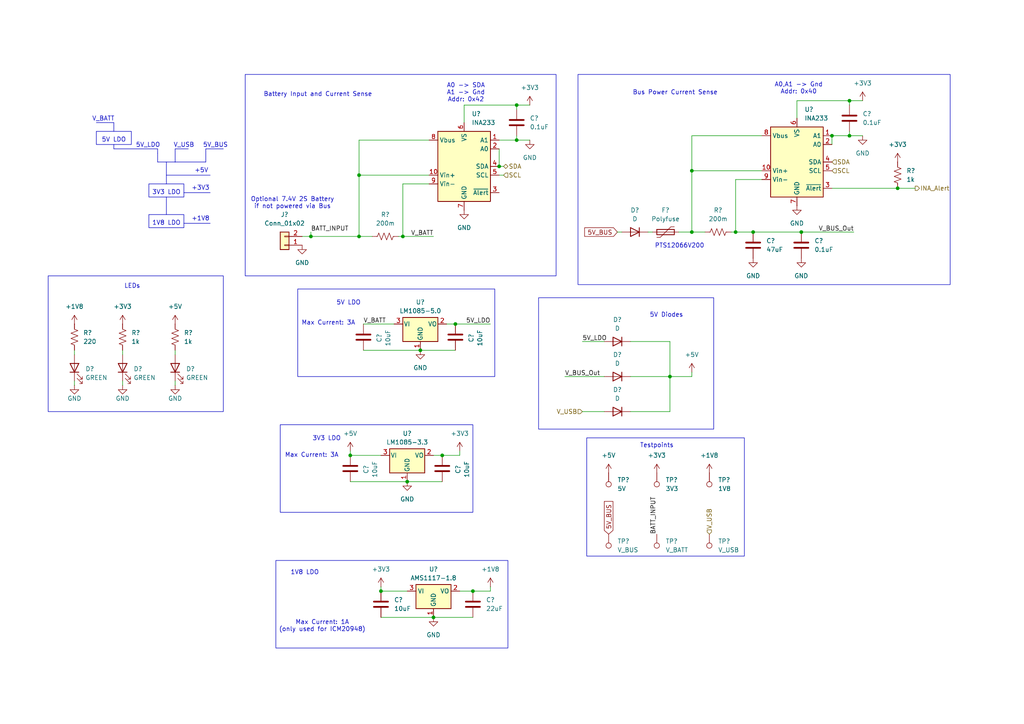
<source format=kicad_sch>
(kicad_sch (version 20231120) (generator "eeschema") (generator_version "8.0")
  (paper "A4")
  (lib_symbols
    (symbol "Connector:TestPoint" (pin_numbers hide) (pin_names (offset 0.762) hide)
      (property "Reference" "TP" (at 0 6.858 0))
      (property "Value" "TestPoint" (at 0 5.08 0))
      (symbol "TestPoint_0_1"
        (circle (center 0 3.302) (radius 0.762))
      )
      (symbol "TestPoint_1_1"
        (pin passive line (at 0 0 90) (length 2.54) (name "1") (number "1"))
      )
    )
    (symbol "Connector_Generic:Conn_01x02" (pin_names (offset 1.016) hide)
      (property "Reference" "J" (at 0 2.54 0))
      (property "Value" "Conn_01x02" (at 0 -5.08 0))
      (symbol "Conn_01x02_1_1"
        (rectangle (start -1.27 -2.413) (end 0 -2.667) (stroke (width 0.1524)))
        (rectangle (start -1.27 0.127) (end 0 -0.127) (stroke (width 0.1524)))
        (rectangle (start -1.27 1.27) (end 1.27 -3.81) (stroke (width 0.254)) (fill (type background)))
        (pin passive line (at -5.08 0 0) (length 3.81) (name "Pin_1") (number "1"))
        (pin passive line (at -5.08 -2.54 0) (length 3.81) (name "Pin_2") (number "2"))
      )
    )
    (symbol "Device:C" (pin_numbers hide) (pin_names (offset 0.254))
      (property "Reference" "C" (at 0.635 2.54 0))
      (property "Value" "C" (at 0.635 -2.54 0))
      (symbol "C_0_1"
        (polyline (pts (xy -2.032 -0.762) (xy 2.032 -0.762)) (stroke (width 0.508)))
        (polyline (pts (xy -2.032 0.762) (xy 2.032 0.762)) (stroke (width 0.508)))
      )
      (symbol "C_1_1"
        (pin passive line (at 0 3.81 270) (length 2.794) (name "~") (number "1"))
        (pin passive line (at 0 -3.81 90) (length 2.794) (name "~") (number "2"))
      )
    )
    (symbol "Device:D" (pin_numbers hide) (pin_names (offset 1.016) hide)
      (property "Reference" "D" (at 0 2.54 0))
      (property "Value" "D" (at 0 -2.54 0))
      (symbol "D_0_1"
        (polyline (pts (xy -1.27 1.27) (xy -1.27 -1.27)) (stroke (width 0.254)))
        (polyline (pts (xy 1.27 0) (xy -1.27 0)))
        (polyline (pts (xy 1.27 1.27) (xy 1.27 -1.27) (xy -1.27 0) (xy 1.27 1.27)) (stroke (width 0.254)))
      )
      (symbol "D_1_1"
        (pin passive line (at -3.81 0 0) (length 2.54) (name "K") (number "1"))
        (pin passive line (at 3.81 0 180) (length 2.54) (name "A") (number "2"))
      )
    )
    (symbol "Device:LED" (pin_numbers hide) (pin_names (offset 1.016) hide)
      (property "Reference" "D" (at 0 2.54 0))
      (property "Value" "LED" (at 0 -2.54 0))
      (symbol "LED_0_1"
        (polyline (pts (xy -1.27 -1.27) (xy -1.27 1.27)) (stroke (width 0.254)))
        (polyline (pts (xy -1.27 0) (xy 1.27 0)))
        (polyline (pts (xy 1.27 -1.27) (xy 1.27 1.27) (xy -1.27 0) (xy 1.27 -1.27)) (stroke (width 0.254)))
        (polyline (pts (xy -3.048 -0.762) (xy -4.572 -2.286) (xy -3.81 -2.286) (xy -4.572 -2.286) (xy -4.572 -1.524)))
        (polyline (pts (xy -1.778 -0.762) (xy -3.302 -2.286) (xy -2.54 -2.286) (xy -3.302 -2.286) (xy -3.302 -1.524)))
      )
      (symbol "LED_1_1"
        (pin passive line (at -3.81 0 0) (length 2.54) (name "K") (number "1"))
        (pin passive line (at 3.81 0 180) (length 2.54) (name "A") (number "2"))
      )
    )
    (symbol "Device:Polyfuse" (pin_numbers hide) (pin_names (offset 0))
      (property "Reference" "F" (at -2.54 0 90))
      (property "Value" "Polyfuse" (at 2.54 0 90))
      (symbol "Polyfuse_0_1"
        (rectangle (start -0.762 2.54) (end 0.762 -2.54) (stroke (width 0.254)))
        (polyline (pts (xy 0 2.54) (xy 0 -2.54)))
        (polyline (pts (xy -1.524 2.54) (xy -1.524 1.524) (xy 1.524 -1.524) (xy 1.524 -2.54)))
      )
      (symbol "Polyfuse_1_1"
        (pin passive line (at 0 3.81 270) (length 1.27) (name "~") (number "1"))
        (pin passive line (at 0 -3.81 90) (length 1.27) (name "~") (number "2"))
      )
    )
    (symbol "Device:R_US" (pin_numbers hide) (pin_names (offset 0))
      (property "Reference" "R" (at 2.54 0 90))
      (property "Value" "R_US" (at -2.54 0 90))
      (symbol "R_US_0_1"
        (polyline (pts (xy 0 -2.286) (xy 0 -2.54)))
        (polyline (pts (xy 0 2.286) (xy 0 2.54)))
        (polyline (pts (xy 0 -0.762) (xy 1.016 -1.143) (xy 0 -1.524) (xy -1.016 -1.905) (xy 0 -2.286)))
        (polyline (pts (xy 0 0.762) (xy 1.016 0.381) (xy 0 0) (xy -1.016 -0.381) (xy 0 -0.762)))
        (polyline (pts (xy 0 2.286) (xy 1.016 1.905) (xy 0 1.524) (xy -1.016 1.143) (xy 0 0.762)))
      )
      (symbol "R_US_1_1"
        (pin passive line (at 0 3.81 270) (length 1.27) (name "~") (number "1"))
        (pin passive line (at 0 -3.81 90) (length 1.27) (name "~") (number "2"))
      )
    )
    (symbol "Regulator_Linear:AMS1117-1.8"
      (property "Reference" "U" (at -3.81 3.175 0))
      (property "Value" "AMS1117-1.8" (at 0 3.175 0))
      (symbol "AMS1117-1.8_0_1"
        (rectangle (start -5.08 -5.08) (end 5.08 1.905) (stroke (width 0.254)) (fill (type background)))
      )
      (symbol "AMS1117-1.8_1_1"
        (pin power_in line (at 0 -7.62 90) (length 2.54) (name "GND") (number "1"))
        (pin power_out line (at 7.62 0 180) (length 2.54) (name "VO") (number "2"))
        (pin power_in line (at -7.62 0 0) (length 2.54) (name "VI") (number "3"))
      )
    )
    (symbol "Regulator_Linear:LM1085-3.3" (pin_names (offset 0.254))
      (property "Reference" "U" (at -3.81 3.175 0))
      (property "Value" "LM1085-3.3" (at 0 3.175 0))
      (symbol "LM1085-3.3_0_1"
        (rectangle (start -5.08 1.905) (end 5.08 -5.08) (stroke (width 0.254)) (fill (type background)))
      )
      (symbol "LM1085-3.3_1_1"
        (pin power_in line (at 0 -7.62 90) (length 2.54) (name "GND") (number "1"))
        (pin power_out line (at 7.62 0 180) (length 2.54) (name "VO") (number "2"))
        (pin power_in line (at -7.62 0 0) (length 2.54) (name "VI") (number "3"))
      )
    )
    (symbol "Regulator_Linear:LM1085-5.0" (pin_names (offset 0.254))
      (property "Reference" "U" (at -3.81 3.175 0))
      (property "Value" "LM1085-5.0" (at 0 3.175 0))
      (symbol "LM1085-5.0_0_1"
        (rectangle (start -5.08 1.905) (end 5.08 -5.08) (stroke (width 0.254)) (fill (type background)))
      )
      (symbol "LM1085-5.0_1_1"
        (pin power_in line (at 0 -7.62 90) (length 2.54) (name "GND") (number "1"))
        (pin power_out line (at 7.62 0 180) (length 2.54) (name "VO") (number "2"))
        (pin power_in line (at -7.62 0 0) (length 2.54) (name "VI") (number "3"))
      )
    )
    (symbol "Sensor_Energy:INA233"
      (property "Reference" "U" (at -6.35 11.43 0))
      (property "Value" "INA233" (at 3.81 11.43 0))
      (symbol "INA233_0_1"
        (rectangle (start 7.62 10.16) (end -7.62 -10.16) (stroke (width 0.254)) (fill (type background)))
      )
      (symbol "INA233_1_1"
        (pin input line (at 10.16 7.62 180) (length 2.54) (name "A1") (number "1"))
        (pin input line (at -10.16 -2.54 0) (length 2.54) (name "Vin+") (number "10"))
        (pin input line (at 10.16 5.08 180) (length 2.54) (name "A0") (number "2"))
        (pin open_collector line (at 10.16 -7.62 180) (length 2.54) (name "~{Alert}") (number "3"))
        (pin bidirectional line (at 10.16 0 180) (length 2.54) (name "SDA") (number "4"))
        (pin input line (at 10.16 -2.54 180) (length 2.54) (name "SCL") (number "5"))
        (pin power_in line (at 0 12.7 270) (length 2.54) (name "VS") (number "6"))
        (pin power_in line (at 0 -12.7 90) (length 2.54) (name "GND") (number "7"))
        (pin input line (at -10.16 7.62 0) (length 2.54) (name "Vbus") (number "8"))
        (pin input line (at -10.16 -5.08 0) (length 2.54) (name "Vin-") (number "9"))
      )
    )
    (symbol "power:+1V8" (power) (pin_numbers hide) (pin_names (offset 0) hide)
      (property "Value" "+1V8" (at 0 3.556 0))
      (symbol "+1V8_0_1"
        (polyline (pts (xy -0.762 1.27) (xy 0 2.54)))
        (polyline (pts (xy 0 0) (xy 0 2.54)))
        (polyline (pts (xy 0 2.54) (xy 0.762 1.27)))
      )
      (symbol "+1V8_1_1"
        (pin power_in line (at 0 0 90) (length 0) (name "~") (number "1"))
      )
    )
    (symbol "power:+3.3V" (power) (pin_numbers hide) (pin_names (offset 0) hide)
      (property "Value" "+3.3V" (at 0 3.556 0))
      (symbol "+3.3V_0_1"
        (polyline (pts (xy -0.762 1.27) (xy 0 2.54)))
        (polyline (pts (xy 0 0) (xy 0 2.54)))
        (polyline (pts (xy 0 2.54) (xy 0.762 1.27)))
      )
      (symbol "+3.3V_1_1"
        (pin power_in line (at 0 0 90) (length 0) (name "~") (number "1"))
      )
    )
    (symbol "power:+3V3" (power) (pin_numbers hide) (pin_names (offset 0) hide)
      (property "Value" "+3V3" (at 0 3.556 0))
      (symbol "+3V3_0_1"
        (polyline (pts (xy -0.762 1.27) (xy 0 2.54)))
        (polyline (pts (xy 0 0) (xy 0 2.54)))
        (polyline (pts (xy 0 2.54) (xy 0.762 1.27)))
      )
      (symbol "+3V3_1_1"
        (pin power_in line (at 0 0 90) (length 0) (name "~") (number "1"))
      )
    )
    (symbol "power:+5V" (power) (pin_numbers hide) (pin_names (offset 0) hide)
      (property "Value" "+5V" (at 0 3.556 0))
      (symbol "+5V_0_1"
        (polyline (pts (xy -0.762 1.27) (xy 0 2.54)))
        (polyline (pts (xy 0 0) (xy 0 2.54)))
        (polyline (pts (xy 0 2.54) (xy 0.762 1.27)))
      )
      (symbol "+5V_1_1"
        (pin power_in line (at 0 0 90) (length 0) (name "~") (number "1"))
      )
    )
    (symbol "power:GND" (power) (pin_numbers hide) (pin_names (offset 0) hide)
      (property "Value" "GND" (at 0 -3.81 0))
      (symbol "GND_0_1"
        (polyline (pts (xy 0 0) (xy 0 -1.27) (xy 1.27 -1.27) (xy 0 -2.54) (xy -1.27 -1.27) (xy 0 -1.27)))
      )
      (symbol "GND_1_1"
        (pin power_in line (at 0 0 270) (length 0) (name "~") (number "1"))
      )
    )
    (symbol "power:VBUS" (power) (pin_numbers hide) (pin_names (offset 0) hide)
      (property "Value" "VBUS" (at 0 3.556 0))
      (symbol "VBUS_0_1"
        (polyline (pts (xy -0.762 1.27) (xy 0 2.54)))
        (polyline (pts (xy 0 0) (xy 0 2.54)))
        (polyline (pts (xy 0 2.54) (xy 0.762 1.27)))
      )
      (symbol "VBUS_1_1"
        (pin power_in line (at 0 0 90) (length 0) (name "~") (number "1"))
      )
    )
  )
  (junction (at 246.38 39.37))
  (junction (at 232.41 67.31))
  (junction (at 101.6 132.08))
  (junction (at 149.86 30.48))
  (junction (at 246.38 29.21))
  (junction (at 200.66 67.31))
  (junction (at 90.17 68.58))
  (junction (at 110.49 171.45))
  (junction (at 144.78 48.26))
  (junction (at 137.16 171.45))
  (junction (at 132.08 93.98))
  (junction (at 218.44 67.31))
  (junction (at 149.86 40.64))
  (junction (at 194.31 109.22))
  (junction (at 118.11 139.7))
  (junction (at 128.27 132.08))
  (junction (at 241.3 39.37))
  (junction (at 200.66 49.53))
  (junction (at 104.14 50.8))
  (junction (at 121.92 101.6))
  (junction (at 104.14 68.58))
  (junction (at 213.36 67.31))
  (junction (at 260.35 54.61))
  (junction (at 125.73 179.07))
  (junction (at 116.84 68.58))
  (wire (pts (xy 196.85 67.31) (xy 200.66 67.31)))
  (wire (pts (xy 133.35 130.81) (xy 133.35 132.08)))
  (wire (pts (xy 168.91 119.38) (xy 175.26 119.38)))
  (wire (pts (xy 246.38 29.21) (xy 246.38 30.48)))
  (wire (pts (xy 200.66 49.53) (xy 200.66 67.31)))
  (wire (pts (xy 200.66 49.53) (xy 200.66 39.37)))
  (polyline (pts (xy 33.02 43.18) (xy 45.72 43.18)))
  (wire (pts (xy 213.36 67.31) (xy 218.44 67.31)))
  (polyline (pts (xy 45.72 44.45) (xy 45.72 46.99)))
  (wire (pts (xy 90.17 67.31) (xy 90.17 68.58)))
  (wire (pts (xy 137.16 171.45) (xy 142.24 171.45)))
  (wire (pts (xy 110.49 170.18) (xy 110.49 171.45)))
  (wire (pts (xy 110.49 171.45) (xy 118.11 171.45)))
  (polyline (pts (xy 33.02 38.1) (xy 33.02 35.56)))
  (wire (pts (xy 168.91 99.06) (xy 175.26 99.06)))
  (wire (pts (xy 90.17 68.58) (xy 104.14 68.58)))
  (wire (pts (xy 194.31 99.06) (xy 182.88 99.06)))
  (wire (pts (xy 35.56 110.49) (xy 35.56 111.76)))
  (polyline (pts (xy 48.26 46.99) (xy 48.26 53.34)))
  (wire (pts (xy 194.31 109.22) (xy 200.66 109.22)))
  (polyline (pts (xy 33.02 41.91) (xy 33.02 43.18)))
  (polyline (pts (xy 45.72 46.99) (xy 50.8 46.99)))
  (wire (pts (xy 149.86 39.37) (xy 149.86 40.64)))
  (wire (pts (xy 246.38 39.37) (xy 250.19 39.37)))
  (wire (pts (xy 87.63 68.58) (xy 90.17 68.58)))
  (wire (pts (xy 101.6 132.08) (xy 110.49 132.08)))
  (polyline (pts (xy 54.61 43.18) (xy 50.8 43.18)))
  (wire (pts (xy 200.66 107.95) (xy 200.66 109.22)))
  (polyline (pts (xy 53.34 64.77) (xy 60.96 64.77)))
  (wire (pts (xy 194.31 109.22) (xy 194.31 99.06)))
  (wire (pts (xy 144.78 40.64) (xy 149.86 40.64)))
  (wire (pts (xy 121.92 101.6) (xy 132.08 101.6)))
  (wire (pts (xy 105.41 101.6) (xy 121.92 101.6)))
  (wire (pts (xy 142.24 170.18) (xy 142.24 171.45)))
  (polyline (pts (xy 53.34 55.88) (xy 60.96 55.88)))
  (wire (pts (xy 50.8 101.6) (xy 50.8 102.87)))
  (wire (pts (xy 246.38 29.21) (xy 250.19 29.21)))
  (wire (pts (xy 149.86 30.48) (xy 149.86 31.75)))
  (polyline (pts (xy 45.72 43.18) (xy 45.72 44.45)))
  (wire (pts (xy 101.6 130.81) (xy 101.6 132.08)))
  (wire (pts (xy 212.09 67.31) (xy 213.36 67.31)))
  (wire (pts (xy 265.43 54.61) (xy 260.35 54.61)))
  (wire (pts (xy 125.73 132.08) (xy 128.27 132.08)))
  (wire (pts (xy 182.88 109.22) (xy 194.31 109.22)))
  (wire (pts (xy 241.3 39.37) (xy 246.38 39.37)))
  (wire (pts (xy 213.36 67.31) (xy 213.36 52.07)))
  (wire (pts (xy 115.57 68.58) (xy 116.84 68.58)))
  (wire (pts (xy 132.08 93.98) (xy 142.24 93.98)))
  (polyline (pts (xy 59.69 43.18) (xy 64.77 43.18)))
  (wire (pts (xy 260.35 54.61) (xy 241.3 54.61)))
  (wire (pts (xy 104.14 50.8) (xy 104.14 40.64)))
  (wire (pts (xy 182.88 119.38) (xy 194.31 119.38)))
  (wire (pts (xy 194.31 119.38) (xy 194.31 109.22)))
  (wire (pts (xy 21.59 101.6) (xy 21.59 102.87)))
  (wire (pts (xy 187.96 67.31) (xy 189.23 67.31)))
  (wire (pts (xy 116.84 68.58) (xy 116.84 53.34)))
  (polyline (pts (xy 48.26 57.15) (xy 48.26 62.23)))
  (wire (pts (xy 200.66 39.37) (xy 220.98 39.37)))
  (wire (pts (xy 218.44 67.31) (xy 232.41 67.31)))
  (wire (pts (xy 101.6 139.7) (xy 118.11 139.7)))
  (wire (pts (xy 231.14 34.29) (xy 231.14 29.21)))
  (wire (pts (xy 116.84 53.34) (xy 124.46 53.34)))
  (wire (pts (xy 104.14 68.58) (xy 107.95 68.58)))
  (wire (pts (xy 232.41 67.31) (xy 247.65 67.31)))
  (wire (pts (xy 146.05 48.26) (xy 144.78 48.26)))
  (wire (pts (xy 163.83 109.22) (xy 175.26 109.22)))
  (wire (pts (xy 104.14 40.64) (xy 124.46 40.64)))
  (wire (pts (xy 146.05 50.8) (xy 144.78 50.8)))
  (wire (pts (xy 50.8 110.49) (xy 50.8 111.76)))
  (wire (pts (xy 105.41 93.98) (xy 114.3 93.98)))
  (wire (pts (xy 21.59 110.49) (xy 21.59 111.76)))
  (wire (pts (xy 110.49 179.07) (xy 125.73 179.07)))
  (wire (pts (xy 213.36 52.07) (xy 220.98 52.07)))
  (wire (pts (xy 149.86 30.48) (xy 153.67 30.48)))
  (wire (pts (xy 129.54 93.98) (xy 132.08 93.98)))
  (polyline (pts (xy 50.8 46.99) (xy 59.69 46.99)))
  (wire (pts (xy 133.35 171.45) (xy 137.16 171.45)))
  (wire (pts (xy 134.62 35.56) (xy 134.62 30.48)))
  (polyline (pts (xy 48.26 50.8) (xy 60.96 50.8)))
  (wire (pts (xy 104.14 50.8) (xy 124.46 50.8)))
  (wire (pts (xy 125.73 179.07) (xy 137.16 179.07)))
  (wire (pts (xy 200.66 67.31) (xy 204.47 67.31)))
  (wire (pts (xy 104.14 50.8) (xy 104.14 68.58)))
  (polyline (pts (xy 59.69 46.99) (xy 59.69 43.18)))
  (wire (pts (xy 231.14 29.21) (xy 246.38 29.21)))
  (wire (pts (xy 35.56 101.6) (xy 35.56 102.87)))
  (wire (pts (xy 118.11 139.7) (xy 128.27 139.7)))
  (wire (pts (xy 179.07 67.31) (xy 180.34 67.31)))
  (wire (pts (xy 134.62 30.48) (xy 149.86 30.48)))
  (polyline (pts (xy 27.94 35.56) (xy 33.02 35.56)))
  (wire (pts (xy 149.86 40.64) (xy 153.67 40.64)))
  (wire (pts (xy 200.66 49.53) (xy 220.98 49.53)))
  (wire (pts (xy 246.38 38.1) (xy 246.38 39.37)))
  (polyline (pts (xy 50.8 43.18) (xy 50.8 46.99)))
  (wire (pts (xy 133.35 132.08) (xy 128.27 132.08)))
  (wire (pts (xy 241.3 39.37) (xy 241.3 41.91)))
  (wire (pts (xy 116.84 68.58) (xy 125.73 68.58)))
  (wire (pts (xy 144.78 43.18) (xy 144.78 48.26)))
  (rectangle (start 13.97 80.01) (end 64.77 119.38))
  (rectangle (start 80.01 162.56) (end 147.32 187.96))
  (rectangle (start 170.18 127) (end 215.9 161.29))
  (rectangle (start 43.18 62.23) (end 53.34 66.04))
  (rectangle (start 156.21 86.36) (end 207.01 124.46))
  (rectangle (start 27.94 38.1) (end 38.1 41.91))
  (rectangle (start 86.36 83.82) (end 143.51 109.22))
  (rectangle (start 81.28 123.19) (end 137.16 148.59))
  (rectangle (start 71.12 21.59) (end 161.29 80.01))
  (rectangle (start 167.64 21.59) (end 275.59 82.55))
  (rectangle (start 43.18 53.34) (end 53.34 57.15))
  (text "A0,A1 -> Gnd\nAddr: 0x40" (at 231.648 25.654 0) (effects (font (size 1.27 1.27))))
  (text "+3V3" (at 58.166 54.61 0) (effects (font (size 1.27 1.27))))
  (text "Optional 7.4V 2S Battery\nif not powered via Bus" (at 84.836 58.928 0) (effects (font (size 1.27 1.27))))
  (text "Max Current: 3A" (at 90.424 132.08 0) (effects (font (size 1.27 1.27))))
  (text "Max Current: 3A" (at 95.25 93.726 0) (effects (font (size 1.27 1.27))))
  (text "PTS12066V200" (at 197.104 71.374 0) (effects (font (size 1.27 1.27))))
  (text "5V Diodes" (at 193.294 91.44 0) (effects (font (size 1.27 1.27))))
  (text "V_USB" (at 53.34 42.164 0) (effects (font (size 1.27 1.27))))
  (text "V_BATT" (at 29.972 34.544 0) (effects (font (size 1.27 1.27))))
  (text "+1V8" (at 58.166 63.5 0) (effects (font (size 1.27 1.27))))
  (text "Battery Input and Current Sense" (at 92.202 27.432 0) (effects (font (size 1.27 1.27))))
  (text "3V3 LDO" (at 48.26 55.88 0) (effects (font (size 1.27 1.27))))
  (text "1V8 LDO" (at 88.392 166.116 0) (effects (font (size 1.27 1.27))))
  (text "Testpoints" (at 190.5 129.286 0) (effects (font (size 1.27 1.27))))
  (text "3V3 LDO" (at 94.742 127.254 0) (effects (font (size 1.27 1.27))))
  (text "5V LDO" (at 33.02 40.64 0) (effects (font (size 1.27 1.27))))
  (text "5V_LDO" (at 42.926 42.164 0) (effects (font (size 1.27 1.27))))
  (text "5V_BUS" (at 62.484 42.164 0) (effects (font (size 1.27 1.27))))
  (text "Bus Power Current Sense" (at 195.834 26.924 0) (effects (font (size 1.27 1.27))))
  (text "Max Current: 1A\n(only used for ICM20948)" (at 93.472 181.61 0) (effects (font (size 1.27 1.27))))
  (text "LEDs" (at 38.354 83.058 0) (effects (font (size 1.27 1.27))))
  (text "+5V" (at 58.42 49.53 0) (effects (font (size 1.27 1.27))))
  (text "A0 -> SDA\nA1 -> Gnd\nAddr: 0x42" (at 135.128 26.924 0) (effects (font (size 1.27 1.27))))
  (text "5V LDO" (at 101.092 87.884 0) (effects (font (size 1.27 1.27))))
  (text "1V8 LDO" (at 48.26 64.77 0) (effects (font (size 1.27 1.27))))
  (label "BATT_INPUT" (at 90.17 67.31 0))
  (label "BATT_INPUT" (at 190.5 154.94 90))
  (label "V_BATT" (at 125.73 68.58 180))
  (label "5V_LDO" (at 142.24 93.98 180))
  (label "V_BATT" (at 105.41 93.98 0))
  (label "V_BUS_Out" (at 163.83 109.22 0))
  (label "5V_LDO" (at 168.91 99.06 0))
  (label "V_BUS_Out" (at 247.65 67.31 180))
  (global_label "5V_BUS" (shape input) (at 176.53 154.94 90) (property "Intersheetrefs" "${INTERSHEET_REFS}" (effects (hide yes))))
  (global_label "5V_BUS" (shape input) (at 179.07 67.31 180) (property "Intersheetrefs" "${INTERSHEET_REFS}" (effects (hide yes))))
  (hierarchical_label "SCL" (shape input) (at 146.05 50.8 0))
  (hierarchical_label "INA_Alert" (shape output) (at 265.43 54.61 0))
  (hierarchical_label "V_USB" (shape input) (at 168.91 119.38 180))
  (hierarchical_label "SDA" (shape bidirectional) (at 146.05 48.26 0))
  (hierarchical_label "V_USB" (shape input) (at 205.74 154.94 90))
  (hierarchical_label "SDA" (shape input) (at 241.3 46.99 0))
  (hierarchical_label "SCL" (shape input) (at 241.3 49.53 0))
  (symbol (lib_id "power:+3V3") (at 250.19 29.21 0) (unit 1)
    (property "Reference" "#PWR038" (effects (hide yes)))
    (property "Value" "+3V3" (at 250.19 24.13 0))
    (property "Description" "Power symbol creates a global label with name \"+3V3\"" (effects (hide yes)))
  )
  (symbol (lib_id "Regulator_Linear:AMS1117-1.8") (at 125.73 171.45 0) (unit 1)
    (property "Reference" "U?" (at 125.73 165.1 0))
    (property "Value" "AMS1117-1.8" (at 125.73 167.64 0))
    (property "Footprint" "Package_TO_SOT_SMD:SOT-223-3_TabPin2" (effects (hide yes)))
    (property "Datasheet" "http://www.advanced-monolithic.com/pdf/ds1117.pdf" (effects (hide yes)))
    (property "Description" "1A Low Dropout regulator, positive, 1.8V fixed output, SOT-223" (effects (hide yes)))
  )
  (symbol (lib_id "power:+1V8") (at 142.24 170.18 0) (unit 1)
    (property "Reference" "#PWR028" (effects (hide yes)))
    (property "Value" "+1V8" (at 142.24 165.1 0))
    (property "Description" "Power symbol creates a global label with name \"+1V8\"" (effects (hide yes)))
  )
  (symbol (lib_id "Connector:TestPoint") (at 190.5 137.16 180) (unit 1)
    (property "Reference" "TP?" (at 193.04 139.1919 0) (effects (justify right)))
    (property "Value" "3V3" (at 193.04 141.7319 0) (effects (justify right)))
    (property "Footprint" "Connector_PinHeader_2.54mm:PinHeader_1x01_P2.54mm_Vertical" (effects (hide yes)))
    (property "Description" "test point" (effects (hide yes)))
  )
  (symbol (lib_id "power:GND") (at 21.59 111.76 0) (unit 1)
    (property "Reference" "#PWR015" (effects (hide yes)))
    (property "Value" "GND" (at 21.59 115.57 0))
  )
  (symbol (lib_id "Device:C") (at 132.08 97.79 180) (unit 1)
    (property "Reference" "C?" (at 136.652 98.044 90))
    (property "Value" "10uF" (at 139.192 98.044 90))
    (property "Footprint" "Capacitor_SMD:C_0603_1608Metric" (effects (hide yes)))
    (property "Description" "Unpolarized capacitor" (effects (hide yes)))
  )
  (symbol (lib_id "Device:C") (at 105.41 97.79 180) (unit 1)
    (property "Reference" "C?" (at 109.982 98.044 90))
    (property "Value" "10uF" (at 112.522 98.044 90))
    (property "Footprint" "Capacitor_SMD:C_0603_1608Metric" (effects (hide yes)))
    (property "Description" "Unpolarized capacitor" (effects (hide yes)))
  )
  (symbol (lib_id "Device:R_US") (at 21.59 97.79 180) (unit 1)
    (property "Reference" "R?" (at 24.13 96.5199 0) (effects (justify right)))
    (property "Value" "220" (at 24.13 99.0599 0) (effects (justify right)))
    (property "Footprint" "Resistor_SMD:R_0603_1608Metric" (effects (hide yes)))
    (property "Description" "Resistor, US symbol" (effects (hide yes)))
  )
  (symbol (lib_id "power:GND") (at 218.44 74.93 0) (unit 1)
    (property "Reference" "#PWR035" (effects (hide yes)))
    (property "Value" "GND" (at 218.44 80.01 0))
    (property "Description" "Power symbol creates a global label with name \"GND\" , ground" (effects (hide yes)))
  )
  (symbol (lib_id "power:GND") (at 125.73 179.07 0) (unit 1)
    (property "Reference" "#PWR025" (effects (hide yes)))
    (property "Value" "GND" (at 125.73 184.15 0))
    (property "Description" "Power symbol creates a global label with name \"GND\" , ground" (effects (hide yes)))
  )
  (symbol (lib_id "Device:C") (at 110.49 175.26 0) (unit 1)
    (property "Reference" "C?" (at 114.3 173.9899 0) (effects (justify left)))
    (property "Value" "10uF" (at 114.3 176.5299 0) (effects (justify left)))
    (property "Footprint" "Capacitor_SMD:C_0603_1608Metric" (effects (hide yes)))
    (property "Description" "Unpolarized capacitor" (effects (hide yes)))
  )
  (symbol (lib_id "Connector:TestPoint") (at 205.74 154.94 180) (unit 1)
    (property "Reference" "TP?" (at 208.28 156.9719 0) (effects (justify right)))
    (property "Value" "V_USB" (at 208.28 159.5119 0) (effects (justify right)))
    (property "Footprint" "Connector_PinHeader_2.54mm:PinHeader_1x01_P2.54mm_Vertical" (effects (hide yes)))
    (property "Description" "test point" (effects (hide yes)))
  )
  (symbol (lib_id "Device:D") (at 179.07 109.22 180) (unit 1)
    (property "Reference" "D?" (at 179.07 102.87 0))
    (property "Value" "D" (at 179.07 105.41 0))
    (property "Footprint" "Diode_SMD:D_0603_1608Metric" (effects (hide yes)))
    (property "Description" "Diode" (effects (hide yes)))
    (property "Sim.Device" "D" (effects (hide yes)))
    (property "Sim.Pins" "1=K 2=A" (effects (hide yes)))
  )
  (symbol (lib_id "power:GND") (at 50.8 111.76 0) (unit 1)
    (property "Reference" "#PWR019" (effects (hide yes)))
    (property "Value" "GND" (at 50.8 115.57 0))
  )
  (symbol (lib_id "power:GND") (at 35.56 111.76 0) (unit 1)
    (property "Reference" "#PWR017" (effects (hide yes)))
    (property "Value" "GND" (at 35.56 115.57 0))
  )
  (symbol (lib_id "Device:C") (at 101.6 135.89 180) (unit 1)
    (property "Reference" "C?" (at 106.172 136.144 90))
    (property "Value" "10uF" (at 108.712 136.144 90))
    (property "Footprint" "Capacitor_SMD:C_0603_1608Metric" (effects (hide yes)))
    (property "Description" "Unpolarized capacitor" (effects (hide yes)))
  )
  (symbol (lib_id "Device:C") (at 218.44 71.12 0) (unit 1)
    (property "Reference" "C?" (at 222.25 69.8499 0) (effects (justify left)))
    (property "Value" "47uF" (at 222.25 72.3899 0) (effects (justify left)))
    (property "Footprint" "Capacitor_SMD:C_0603_1608Metric" (effects (hide yes)))
    (property "Description" "Unpolarized capacitor" (effects (hide yes)))
  )
  (symbol (lib_id "power:GND") (at 231.14 59.69 0) (unit 1)
    (property "Reference" "#PWR036" (effects (hide yes)))
    (property "Value" "GND" (at 231.14 64.77 0))
    (property "Description" "Power symbol creates a global label with name \"GND\" , ground" (effects (hide yes)))
  )
  (symbol (lib_id "power:GND") (at 153.67 40.64 0) (unit 1)
    (property "Reference" "#PWR030" (effects (hide yes)))
    (property "Value" "GND" (at 153.67 45.72 0))
    (property "Description" "Power symbol creates a global label with name \"GND\" , ground" (effects (hide yes)))
  )
  (symbol (lib_id "power:+3.3V") (at 35.56 93.98 0) (unit 1)
    (property "Reference" "#PWR016" (effects (hide yes)))
    (property "Value" "+3V3" (at 35.56 88.9 0))
    (property "Description" "Power symbol creates a global label with name \"+3.3V\"" (effects (hide yes)))
  )
  (symbol (lib_id "power:GND") (at 134.62 60.96 0) (unit 1)
    (property "Reference" "#PWR027" (effects (hide yes)))
    (property "Value" "GND" (at 134.62 66.04 0))
    (property "Description" "Power symbol creates a global label with name \"GND\" , ground" (effects (hide yes)))
  )
  (symbol (lib_id "Device:D") (at 179.07 99.06 180) (unit 1)
    (property "Reference" "D?" (at 179.07 92.71 0))
    (property "Value" "D" (at 179.07 95.25 0))
    (property "Footprint" "Diode_SMD:D_0603_1608Metric" (effects (hide yes)))
    (property "Description" "Diode" (effects (hide yes)))
    (property "Sim.Device" "D" (effects (hide yes)))
    (property "Sim.Pins" "1=K 2=A" (effects (hide yes)))
  )
  (symbol (lib_id "Connector:TestPoint") (at 176.53 154.94 180) (unit 1)
    (property "Reference" "TP?" (at 179.07 156.9719 0) (effects (justify right)))
    (property "Value" "V_BUS" (at 179.07 159.5119 0) (effects (justify right)))
    (property "Footprint" "Connector_PinHeader_2.54mm:PinHeader_1x01_P2.54mm_Vertical" (effects (hide yes)))
    (property "Description" "test point" (effects (hide yes)))
  )
  (symbol (lib_id "Regulator_Linear:LM1085-5.0") (at 121.92 93.98 0) (unit 1)
    (property "Reference" "U?" (at 121.92 87.63 0))
    (property "Value" "LM1085-5.0" (at 121.92 90.17 0))
    (property "Footprint" "Package_TO_SOT_SMD:TO-263-3_TabPin2" (effects (hide yes)))
    (property "Datasheet" "http://www.ti.com/lit/ds/symlink/lm1085.pdf" (effects (hide yes)))
    (property "Description" "3A 25V Linear Regulator, Fixed Output 5.0V, TO-220/TO-263" (effects (hide yes)))
  )
  (symbol (lib_id "Device:LED") (at 21.59 106.68 90) (unit 1)
    (property "Reference" "D?" (at 24.765 106.9975 90) (effects (justify right)))
    (property "Value" "GREEN" (at 24.765 109.5375 90) (effects (justify right)))
    (property "Footprint" "LED_SMD:LED_0603_1608Metric_Pad1.05x0.95mm_HandSolder" (effects (hide yes)))
  )
  (symbol (lib_id "Connector_Generic:Conn_01x02") (at 82.55 71.12 180) (unit 1)
    (property "Reference" "J?" (at 82.55 62.23 0))
    (property "Value" "Conn_01x02" (at 82.55 64.77 0))
    (property "Footprint" "Connector_AMASS:AMASS_XT60-M_1x02_P7.20mm_Vertical" (effects (hide yes)))
    (property "Description" "Generic connector, single row, 01x02, script generated (kicad-library-utils/schlib/autogen/connector/)" (effects (hide yes)))
  )
  (symbol (lib_id "Device:C") (at 137.16 175.26 0) (unit 1)
    (property "Reference" "C?" (at 140.97 173.9899 0) (effects (justify left)))
    (property "Value" "22uF" (at 140.97 176.5299 0) (effects (justify left)))
    (property "Footprint" "Capacitor_SMD:C_0603_1608Metric" (effects (hide yes)))
    (property "Description" "Unpolarized capacitor" (effects (hide yes)))
  )
  (symbol (lib_id "power:+3V3") (at 260.35 46.99 0) (unit 1)
    (property "Reference" "#PWR040" (effects (hide yes)))
    (property "Value" "+3V3" (at 260.35 41.91 0))
    (property "Description" "Power symbol creates a global label with name \"+3V3\"" (effects (hide yes)))
  )
  (symbol (lib_id "power:+3V3") (at 153.67 30.48 0) (unit 1)
    (property "Reference" "#PWR029" (effects (hide yes)))
    (property "Value" "+3V3" (at 153.67 25.4 0))
    (property "Description" "Power symbol creates a global label with name \"+3V3\"" (effects (hide yes)))
  )
  (symbol (lib_id "power:GND") (at 121.92 101.6 0) (unit 1)
    (property "Reference" "#PWR024" (effects (hide yes)))
    (property "Value" "GND" (at 121.92 106.68 0))
    (property "Description" "Power symbol creates a global label with name \"GND\" , ground" (effects (hide yes)))
  )
  (symbol (lib_id "Regulator_Linear:LM1085-3.3") (at 118.11 132.08 0) (unit 1)
    (property "Reference" "U?" (at 118.11 125.73 0))
    (property "Value" "LM1085-3.3" (at 118.11 128.27 0))
    (property "Footprint" "Package_TO_SOT_SMD:TO-263-3_TabPin2" (effects (hide yes)))
    (property "Datasheet" "http://www.ti.com/lit/ds/symlink/lm1085.pdf" (effects (hide yes)))
    (property "Description" "3A 27V Linear Regulator, Fixed Output 3.3V, TO-220/TO-263" (effects (hide yes)))
  )
  (symbol (lib_id "Device:C") (at 128.27 135.89 180) (unit 1)
    (property "Reference" "C?" (at 132.842 136.144 90))
    (property "Value" "10uF" (at 135.382 136.144 90))
    (property "Footprint" "Capacitor_SMD:C_0603_1608Metric" (effects (hide yes)))
    (property "Description" "Unpolarized capacitor" (effects (hide yes)))
  )
  (symbol (lib_id "Device:R_US") (at 50.8 97.79 180) (unit 1)
    (property "Reference" "R?" (at 53.34 96.5199 0) (effects (justify right)))
    (property "Value" "1k" (at 53.34 99.0599 0) (effects (justify right)))
    (property "Footprint" "Resistor_SMD:R_0603_1608Metric" (effects (hide yes)))
    (property "Description" "Resistor, US symbol" (effects (hide yes)))
  )
  (symbol (lib_id "power:+3V3") (at 190.5 137.16 0) (unit 1)
    (property "Reference" "#PWR032" (effects (hide yes)))
    (property "Value" "+3V3" (at 190.5 132.08 0))
    (property "Description" "Power symbol creates a global label with name \"+3V3\"" (effects (hide yes)))
  )
  (symbol (lib_id "Sensor_Energy:INA233") (at 134.62 48.26 0) (unit 1)
    (property "Reference" "U?" (at 136.8141 33.02 0) (effects (justify left)))
    (property "Value" "INA233" (at 136.8141 35.56 0) (effects (justify left)))
    (property "Footprint" "Package_SO:VSSOP-10_3x3mm_P0.5mm" (effects (hide yes)))
    (property "Datasheet" "https://www.ti.com/lit/ds/symlink/ina233.pdf" (effects (hide yes)))
    (property "Description" "High-Side or Low-Side Measurement, Bi-Directional Current and Power Monitor (0-36V) with I2C, SMBus-, and PMBus-Compatible Interface, VSSOP-10" (effects (hide yes)))
  )
  (symbol (lib_id "Device:R_US") (at 35.56 97.79 180) (unit 1)
    (property "Reference" "R?" (at 38.1 96.5199 0) (effects (justify right)))
    (property "Value" "1k" (at 38.1 99.0599 0) (effects (justify right)))
    (property "Footprint" "Resistor_SMD:R_0603_1608Metric" (effects (hide yes)))
    (property "Description" "Resistor, US symbol" (effects (hide yes)))
  )
  (symbol (lib_id "power:GND") (at 250.19 39.37 0) (unit 1)
    (property "Reference" "#PWR039" (effects (hide yes)))
    (property "Value" "GND" (at 250.19 44.45 0))
    (property "Description" "Power symbol creates a global label with name \"GND\" , ground" (effects (hide yes)))
  )
  (symbol (lib_id "Connector:TestPoint") (at 190.5 154.94 180) (unit 1)
    (property "Reference" "TP?" (at 193.04 156.9719 0) (effects (justify right)))
    (property "Value" "V_BATT" (at 193.04 159.5119 0) (effects (justify right)))
    (property "Footprint" "Connector_PinHeader_2.54mm:PinHeader_1x01_P2.54mm_Vertical" (effects (hide yes)))
    (property "Description" "test point" (effects (hide yes)))
  )
  (symbol (lib_id "Device:C") (at 232.41 71.12 0) (unit 1)
    (property "Reference" "C?" (at 236.22 69.8499 0) (effects (justify left)))
    (property "Value" "0.1uF" (at 236.22 72.3899 0) (effects (justify left)))
    (property "Footprint" "Capacitor_SMD:C_0603_1608Metric" (effects (hide yes)))
    (property "Description" "Unpolarized capacitor" (effects (hide yes)))
  )
  (symbol (lib_id "power:+1V8") (at 205.74 137.16 0) (unit 1)
    (property "Reference" "#PWR034" (effects (hide yes)))
    (property "Value" "+1V8" (at 205.74 132.08 0))
    (property "Description" "Power symbol creates a global label with name \"+1V8\"" (effects (hide yes)))
  )
  (symbol (lib_id "Device:R_US") (at 111.76 68.58 90) (unit 1)
    (property "Reference" "R?" (at 111.76 62.23 90))
    (property "Value" "200m" (at 111.76 64.77 90))
    (property "Footprint" "Resistor_SMD:R_0603_1608Metric" (effects (hide yes)))
    (property "Description" "Resistor, US symbol" (effects (hide yes)))
  )
  (symbol (lib_id "Device:LED") (at 50.8 106.68 90) (unit 1)
    (property "Reference" "D?" (at 53.975 106.9975 90) (effects (justify right)))
    (property "Value" "GREEN" (at 53.975 109.5375 90) (effects (justify right)))
    (property "Footprint" "LED_SMD:LED_0603_1608Metric_Pad1.05x0.95mm_HandSolder" (effects (hide yes)))
  )
  (symbol (lib_id "power:VBUS") (at 200.66 107.95 0) (unit 1)
    (property "Reference" "#PWR033" (effects (hide yes)))
    (property "Value" "+5V" (at 200.66 102.87 0))
    (property "Description" "Power symbol creates a global label with name \"VBUS\"" (effects (hide yes)))
  )
  (symbol (lib_id "Sensor_Energy:INA233") (at 231.14 46.99 0) (unit 1)
    (property "Reference" "U?" (at 233.3341 31.75 0) (effects (justify left)))
    (property "Value" "INA233" (at 233.3341 34.29 0) (effects (justify left)))
    (property "Footprint" "Package_SO:VSSOP-10_3x3mm_P0.5mm" (effects (hide yes)))
    (property "Datasheet" "https://www.ti.com/lit/ds/symlink/ina233.pdf" (effects (hide yes)))
    (property "Description" "High-Side or Low-Side Measurement, Bi-Directional Current and Power Monitor (0-36V) with I2C, SMBus-, and PMBus-Compatible Interface, VSSOP-10" (effects (hide yes)))
  )
  (symbol (lib_id "Connector:TestPoint") (at 205.74 137.16 180) (unit 1)
    (property "Reference" "TP?" (at 208.28 139.1919 0) (effects (justify right)))
    (property "Value" "1V8" (at 208.28 141.7319 0) (effects (justify right)))
    (property "Footprint" "Connector_PinHeader_2.54mm:PinHeader_1x01_P2.54mm_Vertical" (effects (hide yes)))
    (property "Description" "test point" (effects (hide yes)))
  )
  (symbol (lib_id "Device:C") (at 149.86 35.56 0) (unit 1)
    (property "Reference" "C?" (at 153.67 34.2899 0) (effects (justify left)))
    (property "Value" "0.1uF" (at 153.67 36.8299 0) (effects (justify left)))
    (property "Footprint" "Capacitor_SMD:C_0603_1608Metric" (effects (hide yes)))
    (property "Description" "Unpolarized capacitor" (effects (hide yes)))
  )
  (symbol (lib_id "Device:Polyfuse") (at 193.04 67.31 90) (unit 1)
    (property "Reference" "F?" (at 193.04 60.96 90))
    (property "Value" "Polyfuse" (at 193.04 63.5 90))
    (property "Footprint" "Fuse:Fuse_1206_3216Metric" (effects (hide yes)))
    (property "Description" "Resettable fuse, polymeric positive temperature coefficient" (effects (hide yes)))
  )
  (symbol (lib_id "Device:D") (at 179.07 119.38 180) (unit 1)
    (property "Reference" "D?" (at 179.07 113.03 0))
    (property "Value" "D" (at 179.07 115.57 0))
    (property "Footprint" "Diode_SMD:D_0603_1608Metric" (effects (hide yes)))
    (property "Description" "Diode" (effects (hide yes)))
    (property "Sim.Device" "D" (effects (hide yes)))
    (property "Sim.Pins" "1=K 2=A" (effects (hide yes)))
  )
  (symbol (lib_id "power:+5V") (at 176.53 137.16 0) (unit 1)
    (property "Reference" "#PWR031" (effects (hide yes)))
    (property "Value" "+5V" (at 176.53 132.08 0))
    (property "Description" "Power symbol creates a global label with name \"+5V\"" (effects (hide yes)))
  )
  (symbol (lib_id "Device:D") (at 184.15 67.31 0) (mirror y) (unit 1)
    (property "Reference" "D?" (at 184.15 60.96 0))
    (property "Value" "D" (at 184.15 63.5 0))
    (property "Footprint" "Diode_SMD:D_0603_1608Metric" (effects (hide yes)))
    (property "Description" "Diode" (effects (hide yes)))
    (property "Sim.Device" "D" (effects (hide yes)))
    (property "Sim.Pins" "1=K 2=A" (effects (hide yes)))
  )
  (symbol (lib_id "Device:R_US") (at 208.28 67.31 90) (unit 1)
    (property "Reference" "R?" (at 208.28 60.96 90))
    (property "Value" "200m" (at 208.28 63.5 90))
    (property "Footprint" "Resistor_SMD:R_0603_1608Metric" (effects (hide yes)))
    (property "Description" "Resistor, US symbol" (effects (hide yes)))
  )
  (symbol (lib_id "Device:C") (at 246.38 34.29 0) (unit 1)
    (property "Reference" "C?" (at 250.19 33.0199 0) (effects (justify left)))
    (property "Value" "0.1uF" (at 250.19 35.5599 0) (effects (justify left)))
    (property "Footprint" "Capacitor_SMD:C_0603_1608Metric" (effects (hide yes)))
    (property "Description" "Unpolarized capacitor" (effects (hide yes)))
  )
  (symbol (lib_id "Device:R_US") (at 260.35 50.8 180) (unit 1)
    (property "Reference" "R?" (at 262.89 49.5299 0) (effects (justify right)))
    (property "Value" "1k" (at 262.89 52.0699 0) (effects (justify right)))
    (property "Footprint" "Resistor_SMD:R_0603_1608Metric" (effects (hide yes)))
    (property "Description" "Resistor, US symbol" (effects (hide yes)))
  )
  (symbol (lib_id "power:GND") (at 118.11 139.7 0) (unit 1)
    (property "Reference" "#PWR023" (effects (hide yes)))
    (property "Value" "GND" (at 118.11 144.78 0))
    (property "Description" "Power symbol creates a global label with name \"GND\" , ground" (effects (hide yes)))
  )
  (symbol (lib_id "power:+5V") (at 101.6 130.81 0) (unit 1)
    (property "Reference" "#PWR021" (effects (hide yes)))
    (property "Value" "+5V" (at 101.6 125.73 0))
    (property "Description" "Power symbol creates a global label with name \"+5V\"" (effects (hide yes)))
  )
  (symbol (lib_id "power:GND") (at 232.41 74.93 0) (unit 1)
    (property "Reference" "#PWR037" (effects (hide yes)))
    (property "Value" "GND" (at 232.41 80.01 0))
    (property "Description" "Power symbol creates a global label with name \"GND\" , ground" (effects (hide yes)))
  )
  (symbol (lib_id "power:+3.3V") (at 50.8 93.98 0) (unit 1)
    (property "Reference" "#PWR018" (effects (hide yes)))
    (property "Value" "+5V" (at 50.8 88.9 0))
    (property "Description" "Power symbol creates a global label with name \"+3.3V\"" (effects (hide yes)))
  )
  (symbol (lib_id "Device:LED") (at 35.56 106.68 90) (unit 1)
    (property "Reference" "D?" (at 38.735 106.9975 90) (effects (justify right)))
    (property "Value" "GREEN" (at 38.735 109.5375 90) (effects (justify right)))
    (property "Footprint" "LED_SMD:LED_0603_1608Metric_Pad1.05x0.95mm_HandSolder" (effects (hide yes)))
  )
  (symbol (lib_id "power:+3V3") (at 133.35 130.81 0) (unit 1)
    (property "Reference" "#PWR026" (effects (hide yes)))
    (property "Value" "+3V3" (at 133.35 125.73 0))
    (property "Description" "Power symbol creates a global label with name \"+3V3\"" (effects (hide yes)))
  )
  (symbol (lib_id "Connector:TestPoint") (at 176.53 137.16 180) (unit 1)
    (property "Reference" "TP?" (at 179.07 139.1919 0) (effects (justify right)))
    (property "Value" "5V" (at 179.07 141.7319 0) (effects (justify right)))
    (property "Footprint" "Connector_PinHeader_2.54mm:PinHeader_1x01_P2.54mm_Vertical" (effects (hide yes)))
    (property "Description" "test point" (effects (hide yes)))
  )
  (symbol (lib_id "power:GND") (at 87.63 71.12 0) (unit 1)
    (property "Reference" "#PWR020" (effects (hide yes)))
    (property "Value" "GND" (at 87.63 76.2 0))
    (property "Description" "Power symbol creates a global label with name \"GND\" , ground" (effects (hide yes)))
  )
  (symbol (lib_id "power:+3.3V") (at 21.59 93.98 0) (unit 1)
    (property "Reference" "#PWR014" (effects (hide yes)))
    (property "Value" "+1V8" (at 21.59 88.9 0))
    (property "Description" "Power symbol creates a global label with name \"+3.3V\"" (effects (hide yes)))
  )
  (symbol (lib_id "power:+3V3") (at 110.49 170.18 0) (unit 1)
    (property "Reference" "#PWR022" (effects (hide yes)))
    (property "Value" "+3V3" (at 110.49 165.1 0))
    (property "Description" "Power symbol creates a global label with name \"+3V3\"" (effects (hide yes)))
  )
)
</source>
